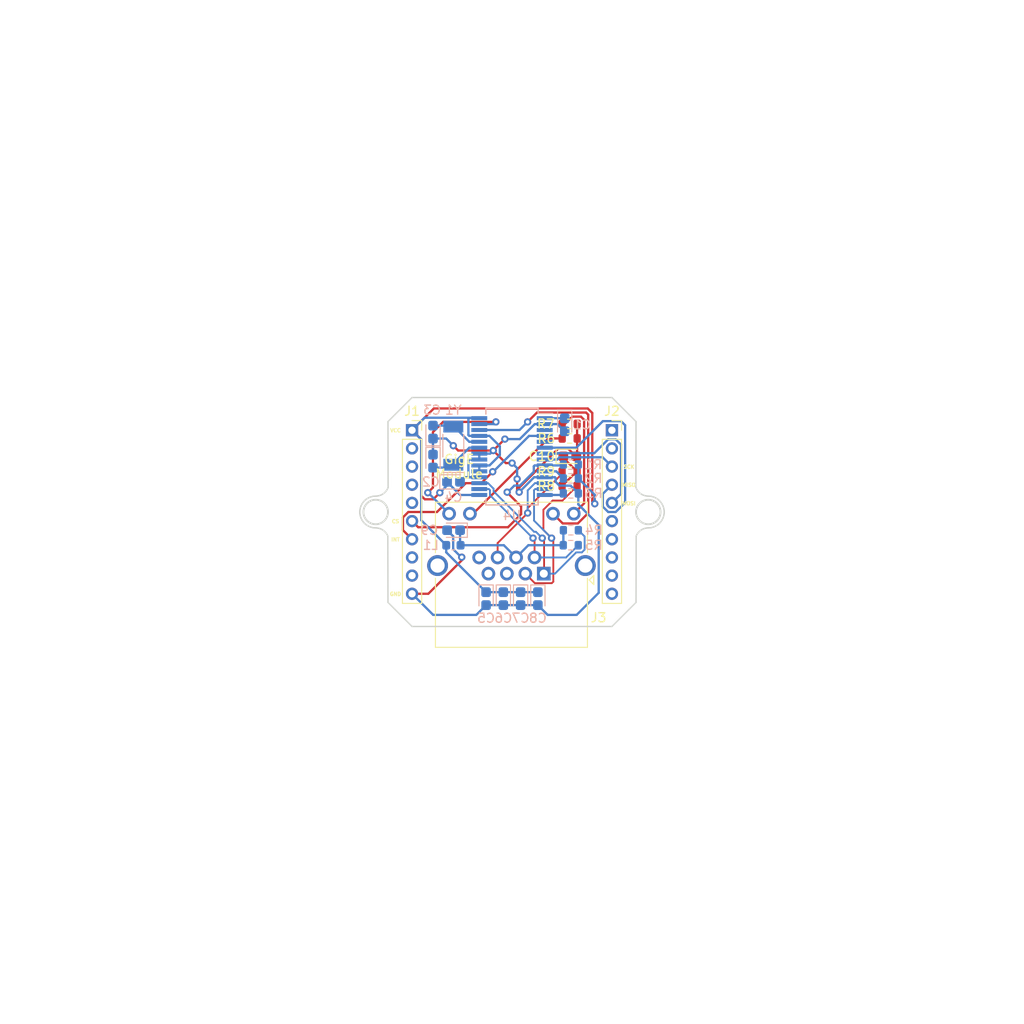
<source format=kicad_pcb>
(kicad_pcb (version 20221018) (generator pcbnew)
  (layers (0 "F.Cu" signal) (31 "B.Cu" signal) (34 "B.Paste" user) (35 "F.Paste" user) (36 "B.SilkS" user "B.Silkscreen") (37 "F.SilkS" user "F.Silkscreen") (38 "B.Mask" user) (39 "F.Mask" user) (44 "Edge.Cuts" user))
  (net 0 "")
  (net 1 "Net-(U4-VCAP)")
  (net 2 "/GND")
  (net 3 "Net-(U4-OSC1)")
  (net 4 "Net-(U4-OSC2)")
  (net 5 "/VCC")
  (net 6 "Net-(C10-Pad1)")
  (net 11 "/CS")
  (net 12 "/INT")
  (net 17 "/SCK")
  (net 18 "/MISO")
  (net 19 "/MOSI")
  (net 25 "/LEDA")
  (net 26 "/LEDB")
  (net 27 "/TPOUT+")
  (net 28 "/TPOUT-")
  (net 29 "/TPIN+")
  (net 30 "/TPIN-")
  (net 31 "Net-(U4-~{RESET})")
  (net 32 "Net-(U4-RBIAS)")
  (net 38 "Net-(J3-Pad9)")
  (net 39 "Net-(J3-Pad11)")
  (net 40 "Net-(C9-Pad1)")
  (footprint "Connector_RJ:RJ45_Amphenol_RJHSE538X" (layer "F.Cu") (at 148.27 101.81 180)
    (fp_text reference "J3")
    (fp_text value "RJ45_LED" hide)
  )
  (footprint "Resistor_SMD:R_0603_1608Metric" (layer "F.Cu") (at 151.12 85.33)
    (fp_text reference "R7")
    (fp_text value "180" hide)
  )
  (footprint "Resistor_SMD:R_0603_1608Metric" (layer "F.Cu") (at 151.12 86.93)
    (fp_text reference "R6")
    (fp_text value "180" hide)
  )
  (footprint "Resistor_SMD:R_0603_1608Metric" (layer "F.Cu") (at 151.11 90.58)
    (fp_text reference "R9")
    (fp_text value "49.9" hide)
  )
  (footprint "Connector_PinSocket_2.00mm:PinSocket_1x10_P2.00mm_Vertical" (layer "F.Cu") (at 155.772 86.025)
    (fp_text reference "J2")
    (fp_text value "Conn_01x10_Socket" hide)
  )
  (footprint "Connector_PinSocket_2.00mm:PinSocket_1x10_P2.00mm_Vertical" (layer "F.Cu") (at 133.772 86.025)
    (fp_text reference "J1")
    (fp_text value "Conn_01x10_Socket" hide)
  )
  (footprint "Capacitor_Tantalum_SMD:CP_EIA-1608-08_AVX-J" (layer "F.Cu") (at 151.1325 88.9)
    (fp_text reference "C10")
    (fp_text value "10nF" hide)
  )
  (footprint "Resistor_SMD:R_0603_1608Metric" (layer "F.Cu") (at 151.11 92.16)
    (fp_text reference "R8")
    (fp_text value "49.9" hide)
  )
  (footprint "Resistor_SMD:R_0603_1608Metric" (layer "B.Cu") (at 151.247 91.325 180)
    (fp_text reference "R2")
    (fp_text value "10k" hide)
  )
  (footprint "Package_SO:SSOP-28_5.3x10.2mm_P0.65mm" (layer "B.Cu") (at 144.772 88.925 180)
    (fp_text reference "U4")
    (fp_text value "ENC28J60x-SS" hide)
  )
  (footprint "Capacitor_Tantalum_SMD:CP_EIA-1608-08_AVX-J" (layer "B.Cu") (at 145.72 104.56 -90)
    (fp_text reference "C7")
    (fp_text value "100nF" hide)
  )
  (footprint "Capacitor_Tantalum_SMD:CP_EIA-1608-08_AVX-J" (layer "B.Cu") (at 143.82 104.56 -90)
    (fp_text reference "C6")
    (fp_text value "100nF" hide)
  )
  (footprint "Resistor_SMD:R_0603_1608Metric" (layer "B.Cu") (at 151.24 98.68 180)
    (fp_text reference "R5")
    (fp_text value "49.9" hide)
  )
  (footprint "Capacitor_Tantalum_SMD:CP_EIA-1608-08_AVX-J" (layer "B.Cu") (at 136.08 86.2275 90)
    (fp_text reference "C3")
    (fp_text value "18pF" hide)
  )
  (footprint "Inductor_SMD:L_0603_1608Metric" (layer "B.Cu") (at 138.3225 98.684)
    (fp_text reference "L1")
    (fp_text value "10uH" hide)
  )
  (footprint "Capacitor_Tantalum_SMD:CP_EIA-1608-08_AVX-J" (layer "B.Cu") (at 147.62 104.56 -90)
    (fp_text reference "C8")
    (fp_text value "100nF" hide)
  )
  (footprint "Resistor_SMD:R_0603_1608Metric" (layer "B.Cu") (at 151.25 97.03)
    (fp_text reference "R4")
    (fp_text value "49.9" hide)
  )
  (footprint "Capacitor_Tantalum_SMD:CP_EIA-1608-08_AVX-J" (layer "B.Cu") (at 136.08 89.4225 -90)
    (fp_text reference "C2")
    (fp_text value "18pF" hide)
  )
  (footprint "Resistor_SMD:R_0603_1608Metric" (layer "B.Cu") (at 151.247 89.8 180)
    (fp_text reference "R1")
    (fp_text value "100k" hide)
  )
  (footprint "Crystal:Crystal_SMD_MicroCrystal_CC4V-T1A-2Pin_5.0x1.9mm" (layer "B.Cu") (at 138.312 87.725 90)
    (fp_text reference "Y1")
    (fp_text value "25MHz" hide)
  )
  (footprint "Capacitor_Tantalum_SMD:CP_EIA-1608-08_AVX-J" (layer "B.Cu") (at 138.3345 91.71)
    (fp_text reference "C4")
    (fp_text value "100nF" hide)
  )
  (footprint "Capacitor_Tantalum_SMD:CP_EIA-1608-08_AVX-J" (layer "B.Cu") (at 141.92 104.56 -90)
    (fp_text reference "C5")
    (fp_text value "100nF" hide)
  )
  (footprint "Capacitor_Tantalum_SMD:CP_EIA-1608-08_AVX-J" (layer "B.Cu") (at 150.572 85.425 -90)
    (fp_text reference "C1")
    (fp_text value "10uF" hide)
  )
  (footprint "Capacitor_Tantalum_SMD:CP_EIA-1608-08_AVX-J" (layer "B.Cu") (at 138.345 97.03 180)
    (fp_text reference "C9")
    (fp_text value "0.01u" hide)
  )
  (footprint "Resistor_SMD:R_0603_1608Metric" (layer "B.Cu") (at 151.247 92.975)
    (fp_text reference "R3")
    (fp_text value "2k" hide)
  )
  (gr_line (start 129.969179 96.789017) (end 130.067656 96.806292) (stroke (width 0.15)) (layer "Edge.Cuts"))
  (gr_line (start 130.419649 93.122851) (end 130.32865 93.164266) (stroke (width 0.15)) (layer "Edge.Cuts"))
  (gr_line (start 160.070533 93.300651) (end 160.168526 93.320515) (stroke (width 0.15)) (layer "Edge.Cuts"))
  (gr_line (start 131.015368 97.485636) (end 131.063353 97.573348) (stroke (width 0.15)) (layer "Edge.Cuts"))
  (gr_line (start 129.869746 96.77857) (end 129.969179 96.789017) (stroke (width 0.15)) (layer "Edge.Cuts"))
  (gr_line (start 128.108061 95.567042) (end 128.141734 95.661188) (stroke (width 0.15)) (layer "Edge.Cuts"))
  (gr_line (start 160.544426 93.454694) (end 160.632848 93.501372) (stroke (width 0.15)) (layer "Edge.Cuts"))
  (gr_line (start 129.674263 96.772269) (end 129.76983 96.774999) (stroke (width 0.15)) (layer "Edge.Cuts"))
  (gr_line (start 158.444983 92.415967) (end 158.489026 92.505724) (stroke (width 0.15)) (layer "Edge.Cuts"))
  (gr_line (start 161.521254 95.076099) (end 161.515481 95.175918) (stroke (width 0.15)) (layer "Edge.Cuts"))
  (gr_line (start 159.869737 96.772269) (end 159.77417 96.774999) (stroke (width 0.15)) (layer "Edge.Cuts"))
  (gr_line (start 159.284126 96.860963) (end 159.191299 96.898098) (stroke (width 0.15)) (layer "Edge.Cuts"))
  (gr_line (start 128.274158 95.92997) (end 128.328287 96.014037) (stroke (width 0.15)) (layer "Edge.Cuts"))
  (gr_line (start 160.799192 96.441819) (end 160.716599 96.498172) (stroke (width 0.15)) (layer "Edge.Cuts"))
  (gr_line (start 131.136789 92.323396) (end 131.122 85.075) (stroke (width 0.15)) (layer "Edge.Cuts"))
  (gr_line (start 161.51567 94.876285) (end 161.521317 94.976112) (stroke (width 0.15)) (layer "Edge.Cuts"))
  (gr_line (start 129.475647 96.749725) (end 129.574633 96.763835) (stroke (width 0.15)) (layer "Edge.Cuts"))
  (gr_line (start 161.269842 95.92997) (end 161.215713 96.014037) (stroke (width 0.15)) (layer "Edge.Cuts"))
  (gr_line (start 161.402266 95.661188) (end 161.363271 95.753256) (stroke (width 0.15)) (layer "Edge.Cuts"))
  (gr_line (start 158.407211 92.323396) (end 158.444983 92.415967) (stroke (width 0.15)) (layer "Edge.Cuts"))
  (gr_line (start 128.588309 93.736056) (end 128.516627 93.805763) (stroke (width 0.15)) (layer "Edge.Cuts"))
  (gr_line (start 161.027373 93.805763) (end 161.094957 93.879449) (stroke (width 0.15)) (layer "Edge.Cuts"))
  (gr_line (start 128.518169 96.245823) (end 128.589939 96.315439) (stroke (width 0.15)) (layer "Edge.Cuts"))
  (gr_line (start 128.141734 95.661188) (end 128.180729 95.753256) (stroke (width 0.15)) (layer "Edge.Cuts"))
  (gr_line (start 129.278775 93.345944) (end 129.183686 93.376853) (stroke (width 0.15)) (layer "Edge.Cuts"))
  (gr_line (start 161.216962 94.037789) (end 161.270985 94.121924) (stroke (width 0.15)) (layer "Edge.Cuts"))
  (gr_line (start 160.263102 96.704678) (end 160.166372 96.729985) (stroke (width 0.15)) (layer "Edge.Cuts"))
  (gr_line (start 160.954061 96.315439) (end 160.878433 96.380842) (stroke (width 0.15)) (layer "Edge.Cuts"))
  (gr_line (start 130.235021 93.199333) (end 130.139204 93.227884) (stroke (width 0.15)) (layer "Edge.Cuts"))
  (gr_line (start 159.574821 96.789017) (end 159.476344 96.806292) (stroke (width 0.15)) (layer "Edge.Cuts"))
  (gr_line (start 128.039669 94.776944) (end 128.02833 94.876285) (stroke (width 0.15)) (layer "Edge.Cuts"))
  (gr_line (start 130.748972 92.898038) (end 130.672639 92.962609) (stroke (width 0.15)) (layer "Edge.Cuts"))
  (gr_line (start 161.504016 95.275245) (end 161.486897 95.373755) (stroke (width 0.15)) (layer "Edge.Cuts"))
  (gr_line (start 130.961453 97.401438) (end 131.015368 97.485636) (stroke (width 0.15)) (layer "Edge.Cuts"))
  (gr_line (start 131.00487 92.592244) (end 130.948941 92.675117) (stroke (width 0.15)) (layer "Edge.Cuts"))
  (gr_line (start 129.473467 93.300651) (end 129.375474 93.320515) (stroke (width 0.15)) (layer "Edge.Cuts"))
  (gr_line (start 129.280898 96.704678) (end 129.377628 96.729985) (stroke (width 0.15)) (layer "Edge.Cuts"))
  (gr_line (start 130.259874 96.860963) (end 130.352701 96.898098) (stroke (width 0.15)) (layer "Edge.Cuts"))
  (gr_line (start 160.880146 93.670557) (end 160.955691 93.736056) (stroke (width 0.15)) (layer "Edge.Cuts"))
  (gr_line (start 160.068353 96.749725) (end 159.969367 96.763835) (stroke (width 0.15)) (layer "Edge.Cuts"))
  (gr_line (start 159.404796 93.227884) (end 159.502348 93.249785) (stroke (width 0.15)) (layer "Edge.Cuts"))
  (gr_line (start 158.707116 97.245172) (end 158.642137 97.321157) (stroke (width 0.15)) (layer "Edge.Cuts"))
  (gr_line (start 161.270985 94.121924) (end 161.320114 94.209008) (stroke (width 0.15)) (layer "Edge.Cuts"))
  (gr_line (start 161.36419 94.298755) (end 161.403069 94.390873) (stroke (width 0.15)) (layer "Edge.Cuts"))
  (gr_line (start 128.079258 94.581012) (end 128.056664 94.678413) (stroke (width 0.15)) (layer "Edge.Cuts"))
  (gr_line (start 130.901863 97.321157) (end 130.961453 97.401438) (stroke (width 0.15)) (layer "Edge.Cuts"))
  (gr_line (start 128.180729 95.753256) (end 128.224918 95.842948) (stroke (width 0.15)) (layer "Edge.Cuts"))
  (gr_line (start 158.489026 92.505724) (end 158.53913 92.592244) (stroke (width 0.15)) (layer "Edge.Cuts"))
  (gr_line (start 131.054974 92.505724) (end 131.00487 92.592244) (stroke (width 0.15)) (layer "Edge.Cuts"))
  (gr_line (start 129.00156 96.596281) (end 129.092556 96.637717) (stroke (width 0.15)) (layer "Edge.Cuts"))
  (gr_line (start 160.800982 93.60948) (end 160.880146 93.670557) (stroke (width 0.15)) (layer "Edge.Cuts"))
  (gr_line (start 159.674254 96.77857) (end 159.574821 96.789017) (stroke (width 0.15)) (layer "Edge.Cuts"))
  (gr_line (start 128.744808 96.441819) (end 128.827401 96.498172) (stroke (width 0.15)) (layer "Edge.Cuts"))
  (gr_line (start 158.422 104.975) (end 157.672 105.725) (stroke (width 0.15)) (layer "Edge.Cuts"))
  (gr_line (start 158.951949 93.021783) (end 159.036412 93.075281) (stroke (width 0.15)) (layer "Edge.Cuts"))
  (gr_line (start 161.158222 93.956876) (end 161.216962 94.037789) (stroke (width 0.15)) (layer "Edge.Cuts"))
  (gr_line (start 161.156871 96.094876) (end 161.093508 96.172222) (stroke (width 0.15)) (layer "Edge.Cuts"))
  (gr_line (start 129.375474 93.320515) (end 129.278775 93.345944) (stroke (width 0.15)) (layer "Edge.Cuts"))
  (gr_line (start 129.843193 93.273256) (end 129.772 93.275) (stroke (width 0.15)) (layer "Edge.Cuts"))
  (gr_line (start 161.464742 94.581012) (end 161.487336 94.678413) (stroke (width 0.15)) (layer "Edge.Cuts"))
  (gr_line (start 158.723312 92.828376) (end 158.795028 92.898038) (stroke (width 0.15)) (layer "Edge.Cuts"))
  (gr_line (start 161.094957 93.879449) (end 161.158222 93.956876) (stroke (width 0.15)) (layer "Edge.Cuts"))
  (gr_line (start 129.572435 93.286416) (end 129.473467 93.300651) (stroke (width 0.15)) (layer "Edge.Cuts"))
  (gr_line (start 158.53913 92.592244) (end 158.595059 92.675117) (stroke (width 0.15)) (layer "Edge.Cuts"))
  (gr_line (start 159.101251 96.941543) (end 159.014411 96.991089) (stroke (width 0.15)) (layer "Edge.Cuts"))
  (gr_line (start 128.057103 95.373755) (end 128.07982 95.471127) (stroke (width 0.15)) (layer "Edge.Cuts"))
  (gr_line (start 131.872 105.725) (end 133.772 107.625) (stroke (width 0.15)) (layer "Edge.Cuts"))
  (gr_line (start 130.529589 96.991089) (end 130.612809 97.046502) (stroke (width 0.15)) (layer "Edge.Cuts"))
  (gr_line (start 161.403069 94.390873) (end 161.436622 94.485062) (stroke (width 0.15)) (layer "Edge.Cuts"))
  (gr_line (start 158.528632 97.485636) (end 158.480647 97.573348) (stroke (width 0.15)) (layer "Edge.Cuts"))
  (gr_line (start 130.766822 97.173846) (end 130.836884 97.245172) (stroke (width 0.15)) (layer "Edge.Cuts"))
  (gr_line (start 128.999574 93.454694) (end 128.911152 93.501372) (stroke (width 0.15)) (layer "Edge.Cuts"))
  (gr_line (start 133.772 82.425) (end 153.972 82.425) (stroke (width 0.15)) (layer "Edge.Cuts"))
  (gr_line (start 159.77417 96.774999) (end 159.77417 96.774999) (stroke (width 0.15)) (layer "Edge.Cuts"))
  (gr_line (start 161.320114 94.209008) (end 161.36419 94.298755) (stroke (width 0.15)) (layer "Edge.Cuts"))
  (gr_line (start 160.453482 93.413143) (end 160.544426 93.454694) (stroke (width 0.15)) (layer "Edge.Cuts"))
  (gr_line (start 158.795028 92.898038) (end 158.871361 92.962609) (stroke (width 0.15)) (layer "Edge.Cuts"))
  (gr_line (start 130.139204 93.227884) (end 130.041652 93.249785) (stroke (width 0.15)) (layer "Edge.Cuts"))
  (gr_line (start 128.911152 93.501372) (end 128.82554 93.553023) (stroke (width 0.15)) (layer "Edge.Cuts"))
  (gr_line (start 160.166372 96.729985) (end 160.068353 96.749725) (stroke (width 0.15)) (layer "Edge.Cuts"))
  (gr_line (start 128.589939 96.315439) (end 128.665567 96.380842) (stroke (width 0.15)) (layer "Edge.Cuts"))
  (gr_line (start 130.32865 93.164266) (end 130.235021 93.199333) (stroke (width 0.15)) (layer "Edge.Cuts"))
  (gr_line (start 128.02833 94.876285) (end 128.022683 94.976112) (stroke (width 0.15)) (layer "Edge.Cuts"))
  (gr_line (start 158.422 85.075) (end 157.672 84.325) (stroke (width 0.15)) (layer "Edge.Cuts"))
  (gr_line (start 158.777178 97.173846) (end 158.707116 97.245172) (stroke (width 0.15)) (layer "Edge.Cuts"))
  (gr_line (start 129.672054 93.277856) (end 129.572435 93.286416) (stroke (width 0.15)) (layer "Edge.Cuts"))
  (gr_line (start 161.486897 95.373755) (end 161.46418 95.471127) (stroke (width 0.15)) (layer "Edge.Cuts"))
  (gr_line (start 161.487336 94.678413) (end 161.504331 94.776944) (stroke (width 0.15)) (layer "Edge.Cuts"))
  (gr_line (start 128.387129 96.094876) (end 128.450492 96.172222) (stroke (width 0.15)) (layer "Edge.Cuts"))
  (gr_line (start 161.093508 96.172222) (end 161.025831 96.245823) (stroke (width 0.15)) (layer "Edge.Cuts"))
  (gr_line (start 131.105179 97.664159) (end 131.122 104.975) (stroke (width 0.15)) (layer "Edge.Cuts"))
  (gr_line (start 161.363271 95.753256) (end 161.319082 95.842948) (stroke (width 0.15)) (layer "Edge.Cuts"))
  (gr_line (start 128.07982 95.471127) (end 128.108061 95.567042) (stroke (width 0.15)) (layer "Edge.Cuts"))
  (gr_line (start 159.191299 96.898098) (end 159.101251 96.941543) (stroke (width 0.15)) (layer "Edge.Cuts"))
  (gr_line (start 158.642137 97.321157) (end 158.582547 97.401438) (stroke (width 0.15)) (layer "Edge.Cuts"))
  (gr_line (start 159.772 93.275) (end 159.871946 93.277856) (stroke (width 0.15)) (layer "Edge.Cuts"))
  (gr_line (start 130.164708 96.830312) (end 130.259874 96.860963) (stroke (width 0.15)) (layer "Edge.Cuts"))
  (gr_line (start 159.308979 93.199333) (end 159.404796 93.227884) (stroke (width 0.15)) (layer "Edge.Cuts"))
  (gr_line (start 159.969367 96.763835) (end 159.869737 96.772269) (stroke (width 0.15)) (layer "Edge.Cuts"))
  (gr_line (start 160.955691 93.736056) (end 161.027373 93.805763) (stroke (width 0.15)) (layer "Edge.Cuts"))
  (gr_line (start 128.056664 94.678413) (end 128.039669 94.776944) (stroke (width 0.15)) (layer "Edge.Cuts"))
  (gr_line (start 161.215713 96.014037) (end 161.156871 96.094876) (stroke (width 0.15)) (layer "Edge.Cuts"))
  (gr_line (start 130.041652 93.249785) (end 129.942826 93.264933) (stroke (width 0.15)) (layer "Edge.Cuts"))
  (gr_line (start 160.630922 96.549715) (end 160.54244 96.596281) (stroke (width 0.15)) (layer "Edge.Cuts"))
  (gr_line (start 157.672 105.725) (end 155.772 107.625) (stroke (width 0.15)) (layer "Edge.Cuts"))
  (gr_line (start 159.601174 93.264933) (end 159.700807 93.273256) (stroke (width 0.15)) (layer "Edge.Cuts"))
  (gr_line (start 128.663854 93.670557) (end 128.588309 93.736056) (stroke (width 0.15)) (layer "Edge.Cuts"))
  (gr_line (start 158.407211 92.323396) (end 158.422 85.075) (stroke (width 0.15)) (layer "Edge.Cuts"))
  (gr_line (start 158.851988 97.107517) (end 158.777178 97.173846) (stroke (width 0.15)) (layer "Edge.Cuts"))
  (gr_line (start 161.46418 95.471127) (end 161.435939 95.567042) (stroke (width 0.15)) (layer "Edge.Cuts"))
  (gr_line (start 130.442749 96.941543) (end 130.529589 96.991089) (stroke (width 0.15)) (layer "Edge.Cuts"))
  (gr_line (start 159.014411 96.991089) (end 158.931191 97.046502) (stroke (width 0.15)) (layer "Edge.Cuts"))
  (gr_line (start 159.971565 93.286416) (end 160.070533 93.300651) (stroke (width 0.15)) (layer "Edge.Cuts"))
  (gr_line (start 129.090518 93.413143) (end 128.999574 93.454694) (stroke (width 0.15)) (layer "Edge.Cuts"))
  (gr_line (start 158.931191 97.046502) (end 158.851988 97.107517) (stroke (width 0.15)) (layer "Edge.Cuts"))
  (gr_line (start 159.124351 93.122851) (end 159.21535 93.164266) (stroke (width 0.15)) (layer "Edge.Cuts"))
  (gr_line (start 159.77417 96.774999) (end 159.674254 96.77857) (stroke (width 0.15)) (layer "Edge.Cuts"))
  (gr_line (start 128.039984 95.275245) (end 128.057103 95.373755) (stroke (width 0.15)) (layer "Edge.Cuts"))
  (gr_line (start 157.672 84.325) (end 155.772 82.425) (stroke (width 0.15)) (layer "Edge.Cuts"))
  (gr_line (start 128.028519 95.175918) (end 128.039984 95.275245) (stroke (width 0.15)) (layer "Edge.Cuts"))
  (gr_line (start 161.025831 96.245823) (end 160.954061 96.315439) (stroke (width 0.15)) (layer "Edge.Cuts"))
  (gr_line (start 160.360314 93.376853) (end 160.453482 93.413143) (stroke (width 0.15)) (layer "Edge.Cuts"))
  (gr_line (start 160.35823 96.673889) (end 160.263102 96.704678) (stroke (width 0.15)) (layer "Edge.Cuts"))
  (gr_line (start 128.107378 94.485062) (end 128.079258 94.581012) (stroke (width 0.15)) (layer "Edge.Cuts"))
  (gr_line (start 158.871361 92.962609) (end 158.951949 93.021783) (stroke (width 0.15)) (layer "Edge.Cuts"))
  (gr_line (start 159.700807 93.273256) (end 159.772 93.275) (stroke (width 0.15)) (layer "Edge.Cuts"))
  (gr_line (start 159.21535 93.164266) (end 159.308979 93.199333) (stroke (width 0.15)) (layer "Edge.Cuts"))
  (gr_line (start 161.319082 95.842948) (end 161.269842 95.92997) (stroke (width 0.15)) (layer "Edge.Cuts"))
  (gr_line (start 128.140931 94.390873) (end 128.107378 94.485062) (stroke (width 0.15)) (layer "Edge.Cuts"))
  (gr_line (start 128.450492 96.172222) (end 128.518169 96.245823) (stroke (width 0.15)) (layer "Edge.Cuts"))
  (gr_line (start 130.820688 92.828376) (end 130.748972 92.898038) (stroke (width 0.15)) (layer "Edge.Cuts"))
  (gr_line (start 131.136789 92.323396) (end 131.099017 92.415967) (stroke (width 0.15)) (layer "Edge.Cuts"))
  (gr_line (start 129.574633 96.763835) (end 129.674263 96.772269) (stroke (width 0.15)) (layer "Edge.Cuts"))
  (gr_line (start 130.592051 93.021783) (end 130.507588 93.075281) (stroke (width 0.15)) (layer "Edge.Cuts"))
  (gr_line (start 155.772 107.625) (end 133.772 107.625) (stroke (width 0.15)) (layer "Edge.Cuts"))
  (gr_line (start 160.632848 93.501372) (end 160.71846 93.553023) (stroke (width 0.15)) (layer "Edge.Cuts"))
  (gr_line (start 128.913078 96.549715) (end 129.00156 96.596281) (stroke (width 0.15)) (layer "Edge.Cuts"))
  (gr_line (start 160.716599 96.498172) (end 160.630922 96.549715) (stroke (width 0.15)) (layer "Edge.Cuts"))
  (gr_line (start 161.515481 95.175918) (end 161.504016 95.275245) (stroke (width 0.15)) (layer "Edge.Cuts"))
  (gr_circle (center 129.772 95.025) (end 131.122 95.025) (stroke (width 0.2)) (fill none) (layer "Edge.Cuts"))
  (gr_line (start 128.328287 96.014037) (end 128.387129 96.094876) (stroke (width 0.15)) (layer "Edge.Cuts"))
  (gr_line (start 128.224918 95.842948) (end 128.274158 95.92997) (stroke (width 0.15)) (layer "Edge.Cuts"))
  (gr_line (start 131.099017 92.415967) (end 131.054974 92.505724) (stroke (width 0.15)) (layer "Edge.Cuts"))
  (gr_line (start 130.507588 93.075281) (end 130.419649 93.122851) (stroke (width 0.15)) (layer "Edge.Cuts"))
  (gr_line (start 130.672639 92.962609) (end 130.592051 93.021783) (stroke (width 0.15)) (layer "Edge.Cuts"))
  (gr_line (start 160.54244 96.596281) (end 160.451444 96.637717) (stroke (width 0.15)) (layer "Edge.Cuts"))
  (gr_line (start 158.65655 92.753951) (end 158.723312 92.828376) (stroke (width 0.15)) (layer "Edge.Cuts"))
  (gr_line (start 131.122 104.975) (end 131.872 105.725) (stroke (width 0.15)) (layer "Edge.Cuts"))
  (gr_line (start 131.872 84.325) (end 133.772 82.425) (stroke (width 0.15)) (layer "Edge.Cuts"))
  (gr_line (start 160.71846 93.553023) (end 160.800982 93.60948) (stroke (width 0.15)) (layer "Edge.Cuts"))
  (gr_line (start 129.377628 96.729985) (end 129.475647 96.749725) (stroke (width 0.15)) (layer "Edge.Cuts"))
  (gr_line (start 129.942826 93.264933) (end 129.843193 93.273256) (stroke (width 0.15)) (layer "Edge.Cuts"))
  (gr_line (start 128.022746 95.076099) (end 128.028519 95.175918) (stroke (width 0.15)) (layer "Edge.Cuts"))
  (gr_line (start 161.436622 94.485062) (end 161.464742 94.581012) (stroke (width 0.15)) (layer "Edge.Cuts"))
  (gr_line (start 159.036412 93.075281) (end 159.124351 93.122851) (stroke (width 0.15)) (layer "Edge.Cuts"))
  (gr_line (start 128.827401 96.498172) (end 128.913078 96.549715) (stroke (width 0.15)) (layer "Edge.Cuts"))
  (gr_line (start 129.092556 96.637717) (end 129.18577 96.673889) (stroke (width 0.15)) (layer "Edge.Cuts"))
  (gr_line (start 160.878433 96.380842) (end 160.799192 96.441819) (stroke (width 0.15)) (layer "Edge.Cuts"))
  (gr_line (start 129.76983 96.774999) (end 129.869746 96.77857) (stroke (width 0.15)) (layer "Edge.Cuts"))
  (gr_line (start 130.067656 96.806292) (end 130.164708 96.830312) (stroke (width 0.15)) (layer "Edge.Cuts"))
  (gr_line (start 158.595059 92.675117) (end 158.65655 92.753951) (stroke (width 0.15)) (layer "Edge.Cuts"))
  (gr_line (start 160.168526 93.320515) (end 160.265225 93.345944) (stroke (width 0.15)) (layer "Edge.Cuts"))
  (gr_line (start 128.273015 94.121924) (end 128.223886 94.209008) (stroke (width 0.15)) (layer "Edge.Cuts"))
  (gr_line (start 159.476344 96.806292) (end 159.379292 96.830312) (stroke (width 0.15)) (layer "Edge.Cuts"))
  (gr_line (start 129.183686 93.376853) (end 129.090518 93.413143) (stroke (width 0.15)) (layer "Edge.Cuts"))
  (gr_line (start 160.451444 96.637717) (end 160.35823 96.673889) (stroke (width 0.15)) (layer "Edge.Cuts"))
  (gr_line (start 131.122 85.075) (end 131.872 84.325) (stroke (width 0.15)) (layer "Edge.Cuts"))
  (gr_line (start 128.516627 93.805763) (end 128.449043 93.879449) (stroke (width 0.15)) (layer "Edge.Cuts"))
  (gr_line (start 159.379292 96.830312) (end 159.284126 96.860963) (stroke (width 0.15)) (layer "Edge.Cuts"))
  (gr_line (start 128.743018 93.60948) (end 128.663854 93.670557) (stroke (width 0.15)) (layer "Edge.Cuts"))
  (gr_line (start 130.612809 97.046502) (end 130.692012 97.107517) (stroke (width 0.15)) (layer "Edge.Cuts"))
  (gr_line (start 129.18577 96.673889) (end 129.280898 96.704678) (stroke (width 0.15)) (layer "Edge.Cuts"))
  (gr_line (start 155.772 82.425) (end 153.972 82.425) (stroke (width 0.15)) (layer "Edge.Cuts"))
  (gr_line (start 158.582547 97.401438) (end 158.528632 97.485636) (stroke (width 0.15)) (layer "Edge.Cuts"))
  (gr_line (start 130.948941 92.675117) (end 130.88745 92.753951) (stroke (width 0.15)) (layer "Edge.Cuts"))
  (gr_line (start 129.772 93.275) (end 129.672054 93.277856) (stroke (width 0.15)) (layer "Edge.Cuts"))
  (gr_line (start 128.82554 93.553023) (end 128.743018 93.60948) (stroke (width 0.15)) (layer "Edge.Cuts"))
  (gr_line (start 161.504331 94.776944) (end 161.51567 94.876285) (stroke (width 0.15)) (layer "Edge.Cuts"))
  (gr_line (start 131.063353 97.573348) (end 131.105179 97.664159) (stroke (width 0.15)) (layer "Edge.Cuts"))
  (gr_line (start 130.352701 96.898098) (end 130.442749 96.941543) (stroke (width 0.15)) (layer "Edge.Cuts"))
  (gr_line (start 128.022683 94.976112) (end 128.022746 95.076099) (stroke (width 0.15)) (layer "Edge.Cuts"))
  (gr_line (start 160.265225 93.345944) (end 160.360314 93.376853) (stroke (width 0.15)) (layer "Edge.Cuts"))
  (gr_line (start 130.88745 92.753951) (end 130.820688 92.828376) (stroke (width 0.15)) (layer "Edge.Cuts"))
  (gr_line (start 159.502348 93.249785) (end 159.601174 93.264933) (stroke (width 0.15)) (layer "Edge.Cuts"))
  (gr_line (start 161.435939 95.567042) (end 161.402266 95.661188) (stroke (width 0.15)) (layer "Edge.Cuts"))
  (gr_line (start 158.438821 97.664159) (end 158.422 104.975) (stroke (width 0.15)) (layer "Edge.Cuts"))
  (gr_line (start 128.327038 94.037789) (end 128.273015 94.121924) (stroke (width 0.15)) (layer "Edge.Cuts"))
  (gr_line (start 128.665567 96.380842) (end 128.744808 96.441819) (stroke (width 0.15)) (layer "Edge.Cuts"))
  (gr_line (start 128.449043 93.879449) (end 128.385778 93.956876) (stroke (width 0.15)) (layer "Edge.Cuts"))
  (gr_line (start 161.521317 94.976112) (end 161.521254 95.076099) (stroke (width 0.15)) (layer "Edge.Cuts"))
  (gr_circle (center 159.772 95.025) (end 161.122 95.025) (stroke (width 0.2)) (fill none) (layer "Edge.Cuts"))
  (gr_line (start 128.385778 93.956876) (end 128.327038 94.037789) (stroke (width 0.15)) (layer "Edge.Cuts"))
  (gr_line (start 159.871946 93.277856) (end 159.971565 93.286416) (stroke (width 0.15)) (layer "Edge.Cuts"))
  (gr_line (start 128.17981 94.298755) (end 128.140931 94.390873) (stroke (width 0.15)) (layer "Edge.Cuts"))
  (gr_line (start 128.223886 94.209008) (end 128.17981 94.298755) (stroke (width 0.15)) (layer "Edge.Cuts"))
  (gr_line (start 158.480647 97.573348) (end 158.438821 97.664159) (stroke (width 0.15)) (layer "Edge.Cuts"))
  (gr_line (start 130.692012 97.107517) (end 130.766822 97.173846) (stroke (width 0.15)) (layer "Edge.Cuts"))
  (gr_line (start 130.836884 97.245172) (end 130.901863 97.321157) (stroke (width 0.15)) (layer "Edge.Cuts"))
  (gr_text "GND" (at 131.95 104.06) (layer "F.SilkS") (effects (font (size 0.4 0.4) (thickness 0.1) bold)))
  (gr_text "INT" (at 131.95 98.06) (layer "F.SilkS") (effects (font (size 0.4 0.4) (thickness 0.1) bold)))
  (gr_text "SCK" (at 157.64 90.06) (layer "F.SilkS") (effects (font (size 0.4 0.4) (thickness 0.1) bold)))
  (gr_text "GigE\nModule" (at 138.96 90.03) (layer "F.SilkS") (effects (font (size 1 1))))
  (gr_text "CS" (at 131.95 96.06) (layer "F.SilkS") (effects (font (size 0.4 0.4) (thickness 0.1) bold)))
  (gr_text "VCC" (at 131.95 86.05) (layer "F.SilkS") (effects (font (size 0.4 0.4) (thickness 0.1) bold)))
  (gr_text "MISO" (at 157.64 92.05) (layer "F.SilkS") (effects (font (size 0.4 0.4) (thickness 0.1) bold)))
  (gr_text "MOSI" (at 157.64 94.09) (layer "F.SilkS") (effects (font (size 0.4 0.4) (thickness 0.1) bold)))
  (segment (start 150.5595 84.7) (end 150.572 84.7125) (width 0.25) (layer "B.Cu") (net 1))
  (segment (start 148.372 84.7) (end 150.5595 84.7) (width 0.25) (layer "B.Cu") (net 1))
  (segment (start 151.795673 88.9) (end 150.945673 88.05) (width 0.25) (layer "F.Cu") (net 2))
  (segment (start 145.334503 92.614503) (end 145.56 92.84) (width 0.25) (layer "F.Cu") (net 2))
  (segment (start 139.24 100) (end 139.24 100.345966) (width 0.25) (layer "F.Cu") (net 2))
  (segment (start 143.97 87) (end 142.71 88.26) (width 0.25) (layer "F.Cu") (net 2))
  (segment (start 139.24 100.345966) (end 135.560966 104.025) (width 0.25) (layer "F.Cu") (net 2))
  (segment (start 151.845 88.9) (end 151.795673 88.9) (width 0.25) (layer "F.Cu") (net 2))
  (segment (start 151.935 88.81) (end 151.845 88.9) (width 0.25) (layer "F.Cu") (net 2))
  (segment (start 144.78 89.64) (end 144.09 89.64) (width 0.25) (layer "F.Cu") (net 2))
  (segment (start 145.334503 91.3905) (end 145.334503 92.614503) (width 0.25) (layer "F.Cu") (net 2))
  (segment (start 151.935 87.25) (end 151.935 88.81) (width 0.25) (layer "F.Cu") (net 2))
  (segment (start 135.560966 104.025) (end 133.772 104.025) (width 0.25) (layer "F.Cu") (net 2))
  (segment (start 143.99 87) (end 143.97 87) (width 0.25) (layer "F.Cu") (net 2))
  (segment (start 150.945673 88.05) (end 149.86 88.05) (width 0.25) (layer "F.Cu") (net 2))
  (segment (start 151.935 85.65) (end 151.935 87.25) (width 0.25) (layer "F.Cu") (net 2))
  (segment (start 138.312 87.725) (end 138.847 88.26) (width 0.25) (layer "F.Cu") (net 2))
  (segment (start 149.86 88.05) (end 145.56 92.35) (width 0.25) (layer "F.Cu") (net 2))
  (segment (start 138.847 88.26) (end 142.71 88.26) (width 0.25) (layer "F.Cu") (net 2))
  (segment (start 144.09 89.64) (end 142.71 88.26) (width 0.25) (layer "F.Cu") (net 2))
  (segment (start 145.56 92.35) (end 145.56 92.84) (width 0.25) (layer "F.Cu") (net 2))
  (via (at 145.56 92.84) (size 0.8) (drill 0.4) (layers "F.Cu" "B.Cu") (net 2))
  (via (at 138.312 87.725) (size 0.8) (drill 0.4) (layers "F.Cu" "B.Cu") (net 2))
  (via (at 142.71 88.26) (size 0.8) (drill 0.4) (layers "F.Cu" "B.Cu") (net 2))
  (via (at 139.24 100) (size 0.8) (drill 0.4) (layers "F.Cu" "B.Cu") (net 2))
  (via (at 145.334503 91.3905) (size 0.8) (drill 0.4) (layers "F.Cu" "B.Cu") (net 2))
  (via (at 143.99 87) (size 0.8) (drill 0.4) (layers "F.Cu" "B.Cu") (net 2))
  (via (at 144.78 89.64) (size 0.8) (drill 0.4) (layers "F.Cu" "B.Cu") (net 2))
  (segment (start 148.372 91.2) (end 147.2 91.2) (width 0.25) (layer "B.Cu") (net 2))
  (segment (start 152.645 94.775) (end 154.315 96.445) (width 0.25) (layer "B.Cu") (net 2))
  (segment (start 148.6975 106.35) (end 147.62 105.2725) (width 0.25) (layer "B.Cu") (net 2))
  (segment (start 149.7845 85.35) (end 150.572 86.1375) (width 0.25) (layer "B.Cu") (net 2))
  (segment (start 138.2975 97.695) (end 138.2975 99.115479) (width 0.25) (layer "B.Cu") (net 2))
  (segment (start 152.072 92.975) (end 151.222 92.125) (width 0.25) (layer "B.Cu") (net 2))
  (segment (start 147.275305 85.35) (end 148.372 85.35) (width 0.25) (layer "B.Cu") (net 2))
  (segment (start 141.172 91.2) (end 139.557 91.2) (width 0.25) (layer "B.Cu") (net 2))
  (segment (start 136.097 106.35) (end 133.772 104.025) (width 0.25) (layer "B.Cu") (net 2))
  (segment (start 143.99 87) (end 145.625305 87) (width 0.25) (layer "B.Cu") (net 2))
  (segment (start 141.92 105.2725) (end 140.8425 106.35) (width 0.25) (layer "B.Cu") (net 2))
  (segment (start 140.8425 106.35) (end 136.097 106.35) (width 0.25) (layer "B.Cu") (net 2))
  (segment (start 144.78 89.64) (end 145.334503 90.194503) (width 0.25) (layer "B.Cu") (net 2))
  (segment (start 139.557 91.2) (end 139.047 91.71) (width 0.25) (layer "B.Cu") (net 2))
  (segment (start 141.172 91.2) (end 140.047 91.2) (width 0.25) (layer "B.Cu") (net 2))
  (segment (start 141.172 88.6) (end 142.37 88.6) (width 0.25) (layer "B.Cu") (net 2))
  (segment (start 149.497 91.2) (end 148.372 91.2) (width 0.25) (layer "B.Cu") (net 2))
  (segment (start 136.08 86.94) (end 137.527 86.94) (width 0.25) (layer "B.Cu") (net 2))
  (segment (start 139.972 89.325) (end 140.047 89.25) (width 0.25) (layer "B.Cu") (net 2))
  (segment (start 151.222 92.125) (end 149.995 92.125) (width 0.25) (layer "B.Cu") (net 2))
  (segment (start 152.072 94.19172) (end 152.645 94.76472) (width 0.25) (layer "B.Cu") (net 2))
  (segment (start 149.572 91.275) (end 149.497 91.2) (width 0.25) (layer "B.Cu") (net 2))
  (segment (start 137.527 86.94) (end 138.312 87.725) (width 0.25) (layer "B.Cu") (net 2))
  (segment (start 138.2975 99.115479) (end 139.182021 100) (width 0.25) (layer "B.Cu") (net 2))
  (segment (start 148.372 85.35) (end 149.7845 85.35) (width 0.25) (layer "B.Cu") (net 2))
  (segment (start 147.62 105.2725) (end 145.72 105.2725) (width 0.25) (layer "B.Cu") (net 2))
  (segment (start 147.2 91.2) (end 145.56 92.84) (width 0.25) (layer "B.Cu") (net 2))
  (segment (start 137.6325 97.03) (end 138.2975 97.695) (width 0.25) (layer "B.Cu") (net 2))
  (segment (start 152.072 92.975) (end 152.072 94.19172) (width 0.25) (layer "B.Cu") (net 2))
  (segment (start 154.315 103.923427) (end 151.888427 106.35) (width 0.25) (layer "B.Cu") (net 2))
  (segment (start 149.995 92.125) (end 149.572 91.702) (width 0.25) (layer "B.Cu") (net 2))
  (segment (start 154.315 96.445) (end 154.315 103.923427) (width 0.25) (layer "B.Cu") (net 2))
  (segment (start 137.6325 97.03) (end 137.6325 97.342521) (width 0.25) (layer "B.Cu") (net 2))
  (segment (start 145.334503 90.194503) (end 145.334503 91.3905) (width 0.25) (layer "B.Cu") (net 2))
  (segment (start 141.172 88.6) (end 141.172 89.25) (width 0.25) (layer "B.Cu") (net 2))
  (segment (start 136.08 86.94) (end 136.08 88.71) (width 0.25) (layer "B.Cu") (net 2))
  (segment (start 145.72 105.2725) (end 143.82 105.2725) (width 0.25) (layer "B.Cu") (net 2))
  (segment (start 140.047 91.2) (end 139.972 91.125) (width 0.25) (layer "B.Cu") (net 2))
  (segment (start 139.182021 100) (end 139.24 100) (width 0.25) (layer "B.Cu") (net 2))
  (segment (start 140.047 89.25) (end 141.172 89.25) (width 0.25) (layer "B.Cu") (net 2))
  (segment (start 143.82 105.2725) (end 141.92 105.2725) (width 0.25) (layer "B.Cu") (net 2))
  (segment (start 152.645 94.76472) (end 152.645 94.775) (width 0.25) (layer "B.Cu") (net 2))
  (segment (start 151.888427 106.35) (end 148.6975 106.35) (width 0.25) (layer "B.Cu") (net 2))
  (segment (start 139.972 91.125) (end 139.972 89.325) (width 0.25) (layer "B.Cu") (net 2))
  (segment (start 142.37 88.6) (end 142.71 88.26) (width 0.25) (layer "B.Cu") (net 2))
  (segment (start 145.625305 87) (end 147.275305 85.35) (width 0.25) (layer "B.Cu") (net 2))
  (segment (start 149.572 91.702) (end 149.572 91.275) (width 0.25) (layer "B.Cu") (net 2))
  (segment (start 138.312 89.71) (end 138.312 89.825) (width 0.25) (layer "B.Cu") (net 3))
  (segment (start 141.172 87.95) (end 140.072 87.95) (width 0.25) (layer "B.Cu") (net 3))
  (segment (start 136.08 90.135) (end 138.002 90.135) (width 0.25) (layer "B.Cu") (net 3))
  (segment (start 140.072 87.95) (end 138.312 89.71) (width 0.25) (layer "B.Cu") (net 3))
  (segment (start 138.002 90.135) (end 138.312 89.825) (width 0.25) (layer "B.Cu") (net 3))
  (segment (start 140.072 87.3) (end 138.397 85.625) (width 0.25) (layer "B.Cu") (net 4))
  (segment (start 138.397 85.625) (end 138.312 85.625) (width 0.25) (layer "B.Cu") (net 4))
  (segment (start 136.08 85.515) (end 138.202 85.515) (width 0.25) (layer "B.Cu") (net 4))
  (segment (start 138.202 85.515) (end 138.312 85.625) (width 0.25) (layer "B.Cu") (net 4))
  (segment (start 141.172 87.3) (end 140.072 87.3) (width 0.25) (layer "B.Cu") (net 4))
  (segment (start 136.83 92.9) (end 136.105 93.625) (width 0.25) (layer "F.Cu") (net 5))
  (segment (start 136.105 93.625) (end 135.175 93.625) (width 0.25) (layer "F.Cu") (net 5))
  (segment (start 134.78 93.23) (end 134.78 87.033) (width 0.25) (layer "F.Cu") (net 5))
  (segment (start 136.167 83.63) (end 133.772 86.025) (width 0.25) (layer "F.Cu") (net 5))
  (segment (start 153.6075 93.839391) (end 153.6075 84.1275) (width 0.25) (layer "F.Cu") (net 5))
  (segment (start 134.78 87.033) (end 133.772 86.025) (width 0.25) (layer "F.Cu") (net 5))
  (segment (start 135.175 93.625) (end 134.78 93.23) (width 0.25) (layer "F.Cu") (net 5))
  (segment (start 153.882 94.113891) (end 153.6075 93.839391) (width 0.25) (layer "F.Cu") (net 5))
  (segment (start 153.11 83.63) (end 136.167 83.63) (width 0.25) (layer "F.Cu") (net 5))
  (segment (start 153.6075 84.1275) (end 153.11 83.63) (width 0.25) (layer "F.Cu") (net 5))
  (via (at 136.83 92.9) (size 0.8) (drill 0.4) (layers "F.Cu" "B.Cu") (net 5))
  (via (at 153.882 94.113891) (size 0.8) (drill 0.4) (layers "F.Cu" "B.Cu") (net 5))
  (segment (start 152.072 89.8) (end 152.072 91.325) (width 0.25) (layer "B.Cu") (net 5))
  (segment (start 137.622 92.108) (end 136.83 92.9) (width 0.25) (layer "B.Cu") (net 5))
  (segment (start 152.072 91.325) (end 153.882 93.135) (width 0.25) (layer "B.Cu") (net 5))
  (segment (start 143.435 87.788) (end 143.435 88.762) (width 0.25) (layer "B.Cu") (net 5))
  (segment (start 137.535 98.684) (end 134.78 95.929) (width 0.25) (layer "B.Cu") (net 5))
  (segment (start 137.535 98.684) (end 137.535 99.4625) (width 0.25) (layer "B.Cu") (net 5))
  (segment (start 137.622 91.71) (end 137.622 92.108) (width 0.25) (layer "B.Cu") (net 5))
  (segment (start 141.92 103.8475) (end 143.82 103.8475) (width 0.25) (layer "B.Cu") (net 5))
  (segment (start 134.78 95.929) (end 134.78 87.033) (width 0.25) (layer "B.Cu") (net 5))
  (segment (start 141.122 84.65) (end 135.147 84.65) (width 0.25) (layer "B.Cu") (net 5))
  (segment (start 140.072 86.65) (end 139.972 86.55) (width 0.25) (layer "B.Cu") (net 5))
  (segment (start 134.78 87.033) (end 133.772 86.025) (width 0.25) (layer "B.Cu") (net 5))
  (segment (start 141.172 89.9) (end 141.172 90.55) (width 0.25) (layer "B.Cu") (net 5))
  (segment (start 141.172 93.15) (end 139.062 93.15) (width 0.25) (layer "B.Cu") (net 5))
  (segment (start 143.435 88.762) (end 142.297 89.9) (width 0.25) (layer "B.Cu") (net 5))
  (segment (start 143.82 103.8475) (end 145.72 103.8475) (width 0.25) (layer "B.Cu") (net 5))
  (segment (start 139.972 86.55) (end 139.972 84.775) (width 0.25) (layer "B.Cu") (net 5))
  (segment (start 142.297 86.65) (end 143.435 87.788) (width 0.25) (layer "B.Cu") (net 5))
  (segment (start 145.72 103.8475) (end 147.62 103.8475) (width 0.25) (layer "B.Cu") (net 5))
  (segment (start 140.047 84.7) (end 141.172 84.7) (width 0.25) (layer "B.Cu") (net 5))
  (segment (start 137.535 99.4625) (end 141.92 103.8475) (width 0.25) (layer "B.Cu") (net 5))
  (segment (start 135.147 84.65) (end 133.772 86.025) (width 0.25) (layer "B.Cu") (net 5))
  (segment (start 141.172 86.65) (end 142.297 86.65) (width 0.25) (layer "B.Cu") (net 5))
  (segment (start 153.882 93.135) (end 153.882 94.113891) (width 0.25) (layer "B.Cu") (net 5))
  (segment (start 141.172 86.65) (end 140.072 86.65) (width 0.25) (layer "B.Cu") (net 5))
  (segment (start 139.062 93.15) (end 137.622 91.71) (width 0.25) (layer "B.Cu") (net 5))
  (segment (start 142.297 89.9) (end 141.172 89.9) (width 0.25) (layer "B.Cu") (net 5))
  (segment (start 139.972 84.775) (end 140.047 84.7) (width 0.25) (layer "B.Cu") (net 5))
  (segment (start 141.172 84.7) (end 141.122 84.65) (width 0.25) (layer "B.Cu") (net 5))
  (segment (start 150.42 89.065) (end 151.935 90.58) (width 0.25) (layer "F.Cu") (net 6))
  (segment (start 151.865 90.58) (end 150.285 92.16) (width 0.25) (layer "F.Cu") (net 6))
  (segment (start 151.935 90.58) (end 151.865 90.58) (width 0.25) (layer "F.Cu") (net 6))
  (segment (start 150.42 88.9) (end 150.42 89.065) (width 0.25) (layer "F.Cu") (net 6))
  (segment (start 144.333371 96.7) (end 134.447 96.7) (width 0.25) (layer "F.Cu") (net 11))
  (segment (start 145.7725 95.260871) (end 144.333371 96.7) (width 0.25) (layer "F.Cu") (net 11))
  (segment (start 134.447 96.7) (end 133.772 96.025) (width 0.25) (layer "F.Cu") (net 11))
  (segment (start 145.7725 94.411256) (end 145.7725 95.260871) (width 0.25) (layer "F.Cu") (net 11))
  (segment (start 144.237921 92.876677) (end 145.7725 94.411256) (width 0.25) (layer "F.Cu") (net 11))
  (via (at 144.237921 92.84) (size 0.8) (drill 0.4) (layers "F.Cu" "B.Cu") (net 11))
  (segment (start 147.172 90.591604) (end 147.172 90) (width 0.25) (layer "B.Cu") (net 11))
  (segment (start 147.272 89.9) (end 148.372 89.9) (width 0.25) (layer "B.Cu") (net 11))
  (segment (start 144.270323 92.876677) (end 145.032 92.115) (width 0.25) (layer "B.Cu") (net 11))
  (segment (start 144.237921 92.876677) (end 144.270323 92.876677) (width 0.25) (layer "B.Cu") (net 11))
  (segment (start 148.372 89.9) (end 150.322 89.9) (width 0.25) (layer "B.Cu") (net 11))
  (segment (start 145.032 92.115) (end 145.648604 92.115) (width 0.25) (layer "B.Cu") (net 11))
  (segment (start 147.172 90) (end 147.272 89.9) (width 0.25) (layer "B.Cu") (net 11))
  (segment (start 150.322 89.9) (end 150.422 89.8) (width 0.25) (layer "B.Cu") (net 11))
  (segment (start 145.648604 92.115) (end 147.172 90.591604) (width 0.25) (layer "B.Cu") (net 11))
  (segment (start 142.646502 90.592642) (end 141.387065 91.852079) (width 0.25) (layer "F.Cu") (net 12))
  (segment (start 141.387065 91.852079) (end 139.687641 91.852079) (width 0.25) (layer "F.Cu") (net 12))
  (segment (start 133.357786 95.025) (end 132.772 95.610786) (width 0.25) (layer "F.Cu") (net 12))
  (segment (start 136.51472 95.025) (end 133.357786 95.025) (width 0.25) (layer "F.Cu") (net 12))
  (segment (start 139.687641 91.852079) (end 136.51472 95.025) (width 0.25) (layer "F.Cu") (net 12))
  (segment (start 132.772 95.610786) (end 132.772 97.025) (width 0.25) (layer "F.Cu") (net 12))
  (segment (start 132.772 97.025) (end 133.772 98.025) (width 0.25) (layer "F.Cu") (net 12))
  (via (at 142.646502 90.592642) (size 0.8) (drill 0.4) (layers "F.Cu" "B.Cu") (net 12))
  (segment (start 142.646502 90.592642) (end 142.707358 90.592642) (width 0.25) (layer "B.Cu") (net 12))
  (segment (start 146.65 86.65) (end 148.372 86.65) (width 0.25) (layer "B.Cu") (net 12))
  (segment (start 142.707358 90.592642) (end 146.65 86.65) (width 0.25) (layer "B.Cu") (net 12))
  (segment (start 150.004538 89) (end 154.747 89) (width 0.25) (layer "B.Cu") (net 17))
  (segment (start 149.754538 89.25) (end 150.004538 89) (width 0.25) (layer "B.Cu") (net 17))
  (segment (start 154.747 89) (end 155.772 90.025) (width 0.25) (layer "B.Cu") (net 17))
  (segment (start 148.372 89.25) (end 149.754538 89.25) (width 0.25) (layer "B.Cu") (net 17))
  (segment (start 154.772 85.025) (end 156.772 85.025) (width 0.25) (layer "B.Cu") (net 18))
  (segment (start 156.772 85.025) (end 157.222 85.475) (width 0.25) (layer "B.Cu") (net 18))
  (segment (start 157.222 93.989214) (end 156.186214 95.025) (width 0.25) (layer "B.Cu") (net 18))
  (segment (start 157.222 85.475) (end 157.222 93.989214) (width 0.25) (layer "B.Cu") (net 18))
  (segment (start 154.772 93.025) (end 155.772 92.025) (width 0.25) (layer "B.Cu") (net 18))
  (segment (start 154.772 94.439214) (end 154.772 93.025) (width 0.25) (layer "B.Cu") (net 18))
  (segment (start 148.372 87.95) (end 151.847 87.95) (width 0.25) (layer "B.Cu") (net 18))
  (segment (start 151.847 87.95) (end 154.772 85.025) (width 0.25) (layer "B.Cu") (net 18))
  (segment (start 156.186214 95.025) (end 155.357786 95.025) (width 0.25) (layer "B.Cu") (net 18))
  (segment (start 155.357786 95.025) (end 154.772 94.439214) (width 0.25) (layer "B.Cu") (net 18))
  (segment (start 153.832786 88.55) (end 155.357786 87.025) (width 0.25) (layer "B.Cu") (net 19))
  (segment (start 156.186214 87.025) (end 156.772 87.610786) (width 0.25) (layer "B.Cu") (net 19))
  (segment (start 148.372 88.6) (end 149.768142 88.6) (width 0.25) (layer "B.Cu") (net 19))
  (segment (start 156.772 87.610786) (end 156.772 93.025) (width 0.25) (layer "B.Cu") (net 19))
  (segment (start 156.772 93.025) (end 155.772 94.025) (width 0.25) (layer "B.Cu") (net 19))
  (segment (start 149.818142 88.55) (end 153.832786 88.55) (width 0.25) (layer "B.Cu") (net 19))
  (segment (start 155.357786 87.025) (end 156.186214 87.025) (width 0.25) (layer "B.Cu") (net 19))
  (segment (start 149.768142 88.6) (end 149.818142 88.55) (width 0.25) (layer "B.Cu") (net 19))
  (segment (start 137.19 85.11) (end 143 85.11) (width 0.25) (layer "F.Cu") (net 25))
  (segment (start 135.5045 92.9) (end 136.07 92.3345) (width 0.25) (layer "F.Cu") (net 25))
  (segment (start 136.07 92.3345) (end 136.07 86.23) (width 0.25) (layer "F.Cu") (net 25))
  (segment (start 136.07 86.23) (end 137.19 85.11) (width 0.25) (layer "F.Cu") (net 25))
  (via (at 143 85.11) (size 0.8) (drill 0.4) (layers "F.Cu" "B.Cu") (net 25))
  (via (at 135.5045 92.9) (size 0.8) (drill 0.4) (layers "F.Cu" "B.Cu") (net 25))
  (segment (start 142.76 85.35) (end 143 85.11) (width 0.25) (layer "B.Cu") (net 25))
  (segment (start 135.54 92.9) (end 137.85 95.21) (width 0.25) (layer "B.Cu") (net 25))
  (segment (start 141.172 85.35) (end 142.76 85.35) (width 0.25) (layer "B.Cu") (net 25))
  (segment (start 135.5045 92.9) (end 135.54 92.9) (width 0.25) (layer "B.Cu") (net 25))
  (segment (start 152.01528 96.285) (end 150.355 96.285) (width 0.25) (layer "F.Cu") (net 26))
  (segment (start 150.355 96.285) (end 149.28 95.21) (width 0.25) (layer "F.Cu") (net 26))
  (segment (start 146.49 85.11) (end 147.52 84.08) (width 0.25) (layer "F.Cu") (net 26))
  (segment (start 153.1575 95.14278) (end 152.01528 96.285) (width 0.25) (layer "F.Cu") (net 26))
  (segment (start 147.52 84.08) (end 152.923604 84.08) (width 0.25) (layer "F.Cu") (net 26))
  (segment (start 153.1575 84.313896) (end 153.1575 95.14278) (width 0.25) (layer "F.Cu") (net 26))
  (segment (start 152.923604 84.08) (end 153.1575 84.313896) (width 0.25) (layer "F.Cu") (net 26))
  (via (at 146.49 85.11) (size 0.8) (drill 0.4) (layers "F.Cu" "B.Cu") (net 26))
  (segment (start 145.6 86) (end 141.172 86) (width 0.25) (layer "B.Cu") (net 26))
  (segment (start 146.49 85.11) (end 145.6 86) (width 0.25) (layer "B.Cu") (net 26))
  (segment (start 148.27 101.81) (end 148.304 101.776) (width 0.2) (layer "F.Cu") (net 27))
  (segment (start 148.304 98.104) (end 148.1 97.9) (width 0.2) (layer "F.Cu") (net 27))
  (segment (start 148.304 101.776) (end 148.304 98.104) (width 0.2) (layer "F.Cu") (net 27))
  (via (at 148.1 97.9) (size 0.8) (drill 0.4) (layers "F.Cu" "B.Cu") (net 27))
  (segment (start 147.2 97.2) (end 147.4 97.2) (width 0.2) (layer "B.Cu") (net 27))
  (segment (start 152.075 97.03) (end 152.765 97.72) (width 0.2) (layer "B.Cu") (net 27))
  (segment (start 149.500686 101.81) (end 148.27 101.81) (width 0.2) (layer "B.Cu") (net 27))
  (segment (start 142.137686 91.85) (end 142.747 92.459314) (width 0.2) (layer "B.Cu") (net 27))
  (segment (start 151.840686 99.47) (end 149.500686 101.81) (width 0.2) (layer "B.Cu") (net 27))
  (segment (start 152.765 97.72) (end 152.765 99.165) (width 0.2) (layer "B.Cu") (net 27))
  (segment (start 141.172 91.85) (end 142.137686 91.85) (width 0.2) (layer "B.Cu") (net 27))
  (segment (start 142.747 92.459314) (end 142.747 92.747) (width 0.2) (layer "B.Cu") (net 27))
  (segment (start 152.765 99.165) (end 152.46 99.47) (width 0.2) (layer "B.Cu") (net 27))
  (segment (start 152.46 99.47) (end 151.840686 99.47) (width 0.2) (layer "B.Cu") (net 27))
  (segment (start 147.4 97.2) (end 148.1 97.9) (width 0.2) (layer "B.Cu") (net 27))
  (segment (start 142.747 92.747) (end 147.2 97.2) (width 0.2) (layer "B.Cu") (net 27))
  (segment (start 147.254 100.03) (end 147.254 98.068716) (width 0.2) (layer "F.Cu") (net 28))
  (segment (start 147.254 98.068716) (end 147.085284 97.9) (width 0.2) (layer "F.Cu") (net 28))
  (via (at 147.085284 97.9) (size 0.8) (drill 0.4) (layers "F.Cu" "B.Cu") (net 28))
  (segment (start 141.172 92.5) (end 142.222 92.5) (width 0.2) (layer "B.Cu") (net 28))
  (segment (start 152.065 98.68) (end 150.715 100.03) (width 0.2) (layer "B.Cu") (net 28))
  (segment (start 142.347 93.177) (end 147.07 97.9) (width 0.2) (layer "B.Cu") (net 28))
  (segment (start 142.222 92.5) (end 142.347 92.625) (width 0.2) (layer "B.Cu") (net 28))
  (segment (start 150.715 100.03) (end 147.254 100.03) (width 0.2) (layer "B.Cu") (net 28))
  (segment (start 147.07 97.9) (end 147.085284 97.9) (width 0.2) (layer "B.Cu") (net 28))
  (segment (start 142.347 92.625) (end 142.347 93.177) (width 0.2) (layer "B.Cu") (net 28))
  (segment (start 149.124718 97.9) (end 149.32 98.095282) (width 0.2) (layer "F.Cu") (net 29))
  (segment (start 148.23 94.775075) (end 148.23 97.005282) (width 0.2) (layer "F.Cu") (net 29))
  (segment (start 147.288 102.86) (end 146.238 101.81) (width 0.2) (layer "F.Cu") (net 29))
  (segment (start 150.33 93.765) (end 149.240075 93.765) (width 0.2) (layer "F.Cu") (net 29))
  (segment (start 148.23 97.005282) (end 149.124718 97.9) (width 0.2) (layer "F.Cu") (net 29))
  (segment (start 149.15 102.86) (end 147.288 102.86) (width 0.2) (layer "F.Cu") (net 29))
  (segment (start 149.240075 93.765) (end 148.23 94.775075) (width 0.2) (layer "F.Cu") (net 29))
  (segment (start 149.32 98.095282) (end 149.32 102.69) (width 0.2) (layer "F.Cu") (net 29))
  (segment (start 151.935 92.16) (end 150.33 93.765) (width 0.2) (layer "F.Cu") (net 29))
  (segment (start 149.32 102.69) (end 149.15 102.86) (width 0.2) (layer "F.Cu") (net 29))
  (via (at 149.124718 97.9) (size 0.8) (drill 0.4) (layers "F.Cu" "B.Cu") (net 29))
  (segment (start 148.372 92.5) (end 147.322 92.5) (width 0.2) (layer "B.Cu") (net 29))
  (segment (start 147.197 92.625) (end 147.197 95.972282) (width 0.2) (layer "B.Cu") (net 29))
  (segment (start 147.197 95.972282) (end 149.124718 97.9) (width 0.2) (layer "B.Cu") (net 29))
  (segment (start 147.322 92.5) (end 147.197 92.625) (width 0.2) (layer "B.Cu") (net 29))
  (segment (start 146.4975 95.136911) (end 143.19 98.444411) (width 0.2) (layer "F.Cu") (net 30))
  (segment (start 146.4975 95.136911) (end 146.4975 94.6025) (width 0.2) (layer "F.Cu") (net 30))
  (segment (start 143.19 98.444411) (end 143.19 100.03) (width 0.2) (layer "F.Cu") (net 30))
  (segment (start 146.4975 94.6025) (end 150.285 90.815) (width 0.2) (layer "F.Cu") (net 30))
  (segment (start 150.285 90.815) (end 150.285 90.58) (width 0.2) (layer "F.Cu") (net 30))
  (via (at 146.4975 95.136911) (size 0.8) (drill 0.4) (layers "F.Cu" "B.Cu") (net 30))
  (segment (start 147.297 91.85) (end 146.4975 92.6495) (width 0.2) (layer "B.Cu") (net 30))
  (segment (start 146.4975 92.6495) (end 146.4975 95.136911) (width 0.2) (layer "B.Cu") (net 30))
  (segment (start 148.372 91.85) (end 147.297 91.85) (width 0.2) (layer "B.Cu") (net 30))
  (segment (start 149.647 90.55) (end 150.422 91.325) (width 0.25) (layer "B.Cu") (net 31))
  (segment (start 148.372 90.55) (end 149.647 90.55) (width 0.25) (layer "B.Cu") (net 31))
  (segment (start 150.247 93.15) (end 150.422 92.975) (width 0.25) (layer "B.Cu") (net 32))
  (segment (start 148.372 93.15) (end 150.247 93.15) (width 0.25) (layer "B.Cu") (net 32))
  (segment (start 152.362462 84.53) (end 152.7075 84.875038) (width 0.25) (layer "F.Cu") (net 38))
  (segment (start 152.7075 94.0725) (end 151.57 95.21) (width 0.25) (layer "F.Cu") (net 38))
  (segment (start 151.405 84.53) (end 152.362462 84.53) (width 0.25) (layer "F.Cu") (net 38))
  (segment (start 150.285 85.65) (end 151.405 84.53) (width 0.25) (layer "F.Cu") (net 38))
  (segment (start 152.7075 84.875038) (end 152.7075 94.0725) (width 0.25) (layer "F.Cu") (net 38))
  (segment (start 140.49 95.21) (end 140.14 95.21) (width 0.25) (layer "F.Cu") (net 39))
  (segment (start 150.295 86.93) (end 148.77 86.93) (width 0.25) (layer "F.Cu") (net 39))
  (segment (start 148.77 86.93) (end 140.49 95.21) (width 0.25) (layer "F.Cu") (net 39))
  (segment (start 140.14 95.04) (end 140.14 95.21) (width 0.25) (layer "F.Cu") (net 39))
  (segment (start 139.0575 98.6315) (end 139.11 98.684) (width 0.25) (layer "B.Cu") (net 40))
  (segment (start 139.0575 97.03) (end 139.0575 98.6315) (width 0.25) (layer "B.Cu") (net 40))
  (segment (start 139.11 98.684) (end 143.876 98.684) (width 0.25) (layer "B.Cu") (net 40))
  (segment (start 150.415 98.68) (end 146.572 98.68) (width 0.25) (layer "B.Cu") (net 40))
  (segment (start 150.425 98.67) (end 150.415 98.68) (width 0.25) (layer "B.Cu") (net 40))
  (segment (start 150.425 97.03) (end 150.425 98.67) (width 0.25) (layer "B.Cu") (net 40))
  (segment (start 143.876 98.684) (end 145.222 100.03) (width 0.25) (layer "B.Cu") (net 40))
  (segment (start 146.572 98.68) (end 145.222 100.03) (width 0.25) (layer "B.Cu") (net 40))
)
</source>
